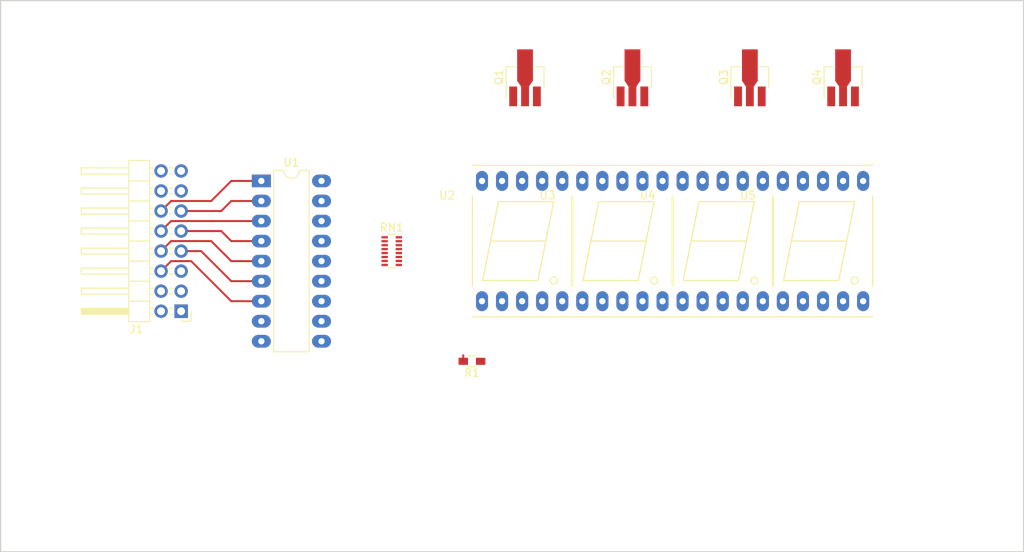
<source format=kicad_pcb>
(kicad_pcb (version 20171130) (host pcbnew "(5.0.1)-4")

  (general
    (thickness 1.6)
    (drawings 4)
    (tracks 26)
    (zones 0)
    (modules 12)
    (nets 38)
  )

  (page A4)
  (layers
    (0 F.Cu signal)
    (31 B.Cu signal)
    (32 B.Adhes user)
    (33 F.Adhes user)
    (34 B.Paste user)
    (35 F.Paste user)
    (36 B.SilkS user)
    (37 F.SilkS user)
    (38 B.Mask user)
    (39 F.Mask user)
    (40 Dwgs.User user)
    (41 Cmts.User user)
    (42 Eco1.User user)
    (43 Eco2.User user)
    (44 Edge.Cuts user)
    (45 Margin user)
    (46 B.CrtYd user)
    (47 F.CrtYd user)
    (48 B.Fab user)
    (49 F.Fab user)
  )

  (setup
    (last_trace_width 0.25)
    (trace_clearance 0.2)
    (zone_clearance 0.508)
    (zone_45_only no)
    (trace_min 0.2)
    (segment_width 0.2)
    (edge_width 0.15)
    (via_size 0.6)
    (via_drill 0.4)
    (via_min_size 0.4)
    (via_min_drill 0.3)
    (uvia_size 0.3)
    (uvia_drill 0.1)
    (uvias_allowed no)
    (uvia_min_size 0.2)
    (uvia_min_drill 0.1)
    (pcb_text_width 0.3)
    (pcb_text_size 1.5 1.5)
    (mod_edge_width 0.15)
    (mod_text_size 1 1)
    (mod_text_width 0.15)
    (pad_size 1.524 1.524)
    (pad_drill 0.762)
    (pad_to_mask_clearance 0.2)
    (solder_mask_min_width 0.25)
    (aux_axis_origin 0 0)
    (visible_elements 7FFFFFFF)
    (pcbplotparams
      (layerselection 0x00030_80000001)
      (usegerberextensions false)
      (usegerberattributes false)
      (usegerberadvancedattributes false)
      (creategerberjobfile false)
      (excludeedgelayer true)
      (linewidth 0.100000)
      (plotframeref false)
      (viasonmask false)
      (mode 1)
      (useauxorigin false)
      (hpglpennumber 1)
      (hpglpenspeed 20)
      (hpglpendiameter 15.000000)
      (psnegative false)
      (psa4output false)
      (plotreference true)
      (plotvalue true)
      (plotinvisibletext false)
      (padsonsilk false)
      (subtractmaskfromsilk false)
      (outputformat 1)
      (mirror false)
      (drillshape 1)
      (scaleselection 1)
      (outputdirectory ""))
  )

  (net 0 "")
  (net 1 DIG1)
  (net 2 "Net-(Q1-Pad2)")
  (net 3 +5V)
  (net 4 DIG2)
  (net 5 "Net-(Q2-Pad2)")
  (net 6 DIG3)
  (net 7 "Net-(Q3-Pad2)")
  (net 8 DIG4)
  (net 9 "Net-(Q4-Pad2)")
  (net 10 "Net-(RN1-Pad1)")
  (net 11 "Net-(RN1-Pad2)")
  (net 12 "Net-(RN1-Pad10)")
  (net 13 "Net-(RN1-Pad3)")
  (net 14 "Net-(RN1-Pad11)")
  (net 15 "Net-(RN1-Pad4)")
  (net 16 "Net-(RN1-Pad12)")
  (net 17 "Net-(RN1-Pad5)")
  (net 18 "Net-(RN1-Pad13)")
  (net 19 "Net-(RN1-Pad6)")
  (net 20 "Net-(RN1-Pad14)")
  (net 21 "Net-(RN1-Pad7)")
  (net 22 "Net-(RN1-Pad15)")
  (net 23 "Net-(RN1-Pad8)")
  (net 24 "Net-(RN1-Pad16)")
  (net 25 SEG_A)
  (net 26 SEG_B)
  (net 27 SEG_C)
  (net 28 SEG_D)
  (net 29 SEG_E)
  (net 30 SEG_F)
  (net 31 SEG_G)
  (net 32 SEG_DP)
  (net 33 GND)
  (net 34 "Net-(J1-Pad3)")
  (net 35 "Net-(J1-Pad4)")
  (net 36 "Net-(R1-Pad1)")
  (net 37 "Net-(R1-Pad2)")

  (net_class Default "これは標準のネット クラスです。"
    (clearance 0.2)
    (trace_width 0.25)
    (via_dia 0.6)
    (via_drill 0.4)
    (uvia_dia 0.3)
    (uvia_drill 0.1)
    (add_net +5V)
    (add_net DIG1)
    (add_net DIG2)
    (add_net DIG3)
    (add_net DIG4)
    (add_net GND)
    (add_net "Net-(J1-Pad3)")
    (add_net "Net-(J1-Pad4)")
    (add_net "Net-(Q1-Pad2)")
    (add_net "Net-(Q2-Pad2)")
    (add_net "Net-(Q3-Pad2)")
    (add_net "Net-(Q4-Pad2)")
    (add_net "Net-(R1-Pad1)")
    (add_net "Net-(R1-Pad2)")
    (add_net "Net-(RN1-Pad1)")
    (add_net "Net-(RN1-Pad10)")
    (add_net "Net-(RN1-Pad11)")
    (add_net "Net-(RN1-Pad12)")
    (add_net "Net-(RN1-Pad13)")
    (add_net "Net-(RN1-Pad14)")
    (add_net "Net-(RN1-Pad15)")
    (add_net "Net-(RN1-Pad16)")
    (add_net "Net-(RN1-Pad2)")
    (add_net "Net-(RN1-Pad3)")
    (add_net "Net-(RN1-Pad4)")
    (add_net "Net-(RN1-Pad5)")
    (add_net "Net-(RN1-Pad6)")
    (add_net "Net-(RN1-Pad7)")
    (add_net "Net-(RN1-Pad8)")
    (add_net SEG_A)
    (add_net SEG_B)
    (add_net SEG_C)
    (add_net SEG_D)
    (add_net SEG_DP)
    (add_net SEG_E)
    (add_net SEG_F)
    (add_net SEG_G)
  )

  (module Housings_DIP:DIP-18_W7.62mm_LongPads (layer F.Cu) (tedit 59C78D6B) (tstamp 5AB32E66)
    (at 163.83 41.91)
    (descr "18-lead though-hole mounted DIP package, row spacing 7.62 mm (300 mils), LongPads")
    (tags "THT DIP DIL PDIP 2.54mm 7.62mm 300mil LongPads")
    (path /5AB388E6)
    (fp_text reference U1 (at 3.81 -2.33) (layer F.SilkS)
      (effects (font (size 1 1) (thickness 0.15)))
    )
    (fp_text value TBD62083A (at 3.81 22.65) (layer F.Fab)
      (effects (font (size 1 1) (thickness 0.15)))
    )
    (fp_arc (start 3.81 -1.33) (end 2.81 -1.33) (angle -180) (layer F.SilkS) (width 0.12))
    (fp_line (start 1.635 -1.27) (end 6.985 -1.27) (layer F.Fab) (width 0.1))
    (fp_line (start 6.985 -1.27) (end 6.985 21.59) (layer F.Fab) (width 0.1))
    (fp_line (start 6.985 21.59) (end 0.635 21.59) (layer F.Fab) (width 0.1))
    (fp_line (start 0.635 21.59) (end 0.635 -0.27) (layer F.Fab) (width 0.1))
    (fp_line (start 0.635 -0.27) (end 1.635 -1.27) (layer F.Fab) (width 0.1))
    (fp_line (start 2.81 -1.33) (end 1.56 -1.33) (layer F.SilkS) (width 0.12))
    (fp_line (start 1.56 -1.33) (end 1.56 21.65) (layer F.SilkS) (width 0.12))
    (fp_line (start 1.56 21.65) (end 6.06 21.65) (layer F.SilkS) (width 0.12))
    (fp_line (start 6.06 21.65) (end 6.06 -1.33) (layer F.SilkS) (width 0.12))
    (fp_line (start 6.06 -1.33) (end 4.81 -1.33) (layer F.SilkS) (width 0.12))
    (fp_line (start -1.45 -1.55) (end -1.45 21.85) (layer F.CrtYd) (width 0.05))
    (fp_line (start -1.45 21.85) (end 9.1 21.85) (layer F.CrtYd) (width 0.05))
    (fp_line (start 9.1 21.85) (end 9.1 -1.55) (layer F.CrtYd) (width 0.05))
    (fp_line (start 9.1 -1.55) (end -1.45 -1.55) (layer F.CrtYd) (width 0.05))
    (fp_text user %R (at 3.81 10.16) (layer F.Fab)
      (effects (font (size 1 1) (thickness 0.15)))
    )
    (pad 1 thru_hole rect (at 0 0) (size 2.4 1.6) (drill 0.8) (layers *.Cu *.Mask)
      (net 25 SEG_A))
    (pad 10 thru_hole oval (at 7.62 20.32) (size 2.4 1.6) (drill 0.8) (layers *.Cu *.Mask)
      (net 3 +5V))
    (pad 2 thru_hole oval (at 0 2.54) (size 2.4 1.6) (drill 0.8) (layers *.Cu *.Mask)
      (net 26 SEG_B))
    (pad 11 thru_hole oval (at 7.62 17.78) (size 2.4 1.6) (drill 0.8) (layers *.Cu *.Mask)
      (net 23 "Net-(RN1-Pad8)"))
    (pad 3 thru_hole oval (at 0 5.08) (size 2.4 1.6) (drill 0.8) (layers *.Cu *.Mask)
      (net 27 SEG_C))
    (pad 12 thru_hole oval (at 7.62 15.24) (size 2.4 1.6) (drill 0.8) (layers *.Cu *.Mask)
      (net 21 "Net-(RN1-Pad7)"))
    (pad 4 thru_hole oval (at 0 7.62) (size 2.4 1.6) (drill 0.8) (layers *.Cu *.Mask)
      (net 28 SEG_D))
    (pad 13 thru_hole oval (at 7.62 12.7) (size 2.4 1.6) (drill 0.8) (layers *.Cu *.Mask)
      (net 19 "Net-(RN1-Pad6)"))
    (pad 5 thru_hole oval (at 0 10.16) (size 2.4 1.6) (drill 0.8) (layers *.Cu *.Mask)
      (net 29 SEG_E))
    (pad 14 thru_hole oval (at 7.62 10.16) (size 2.4 1.6) (drill 0.8) (layers *.Cu *.Mask)
      (net 17 "Net-(RN1-Pad5)"))
    (pad 6 thru_hole oval (at 0 12.7) (size 2.4 1.6) (drill 0.8) (layers *.Cu *.Mask)
      (net 30 SEG_F))
    (pad 15 thru_hole oval (at 7.62 7.62) (size 2.4 1.6) (drill 0.8) (layers *.Cu *.Mask)
      (net 15 "Net-(RN1-Pad4)"))
    (pad 7 thru_hole oval (at 0 15.24) (size 2.4 1.6) (drill 0.8) (layers *.Cu *.Mask)
      (net 31 SEG_G))
    (pad 16 thru_hole oval (at 7.62 5.08) (size 2.4 1.6) (drill 0.8) (layers *.Cu *.Mask)
      (net 13 "Net-(RN1-Pad3)"))
    (pad 8 thru_hole oval (at 0 17.78) (size 2.4 1.6) (drill 0.8) (layers *.Cu *.Mask)
      (net 32 SEG_DP))
    (pad 17 thru_hole oval (at 7.62 2.54) (size 2.4 1.6) (drill 0.8) (layers *.Cu *.Mask)
      (net 11 "Net-(RN1-Pad2)"))
    (pad 9 thru_hole oval (at 0 20.32) (size 2.4 1.6) (drill 0.8) (layers *.Cu *.Mask)
      (net 33 GND))
    (pad 18 thru_hole oval (at 7.62 0) (size 2.4 1.6) (drill 0.8) (layers *.Cu *.Mask)
      (net 10 "Net-(RN1-Pad1)"))
    (model ${KISYS3DMOD}/Housings_DIP.3dshapes/DIP-18_W7.62mm.wrl
      (at (xyz 0 0 0))
      (scale (xyz 1 1 1))
      (rotate (xyz 0 0 0))
    )
  )

  (module Displays_7-Segment:7SegmentLED_LTS6760_LTS6780 (layer F.Cu) (tedit 0) (tstamp 5AB32E90)
    (at 222.25 49.53)
    (path /5AB307C4)
    (fp_text reference U4 (at -9.5 -5.8) (layer F.SilkS)
      (effects (font (size 1 1) (thickness 0.15)))
    )
    (fp_text value 7SEGMENT_CA (at -0.4 12) (layer F.Fab)
      (effects (font (size 1 1) (thickness 0.15)))
    )
    (fp_circle (center 4 5) (end 4.4 5.2) (layer F.SilkS) (width 0.15))
    (fp_line (start -3 -5) (end -4 0) (layer F.SilkS) (width 0.15))
    (fp_line (start -4 0) (end -5 5) (layer F.SilkS) (width 0.15))
    (fp_line (start -5 5) (end 2 5) (layer F.SilkS) (width 0.15))
    (fp_line (start 2 5) (end 3 0) (layer F.SilkS) (width 0.15))
    (fp_line (start 4 -5) (end 3 0) (layer F.SilkS) (width 0.15))
    (fp_line (start 3 0) (end -4 0) (layer F.SilkS) (width 0.15))
    (fp_line (start -3 -5) (end 4 -5) (layer F.SilkS) (width 0.15))
    (fp_line (start 6.3 9.6) (end -6.3 9.6) (layer F.SilkS) (width 0.15))
    (fp_line (start -6.3 -5.7) (end -6.3 5.7) (layer F.SilkS) (width 0.15))
    (fp_line (start 6.3 -5.7) (end 6.3 5.7) (layer F.SilkS) (width 0.15))
    (fp_line (start -6.3 -9.6) (end 6.3 -9.6) (layer F.SilkS) (width 0.15))
    (pad 1 thru_hole oval (at -5.08 7.62) (size 1.524 2.524) (drill 0.8) (layers *.Cu *.Mask)
      (net 16 "Net-(RN1-Pad12)"))
    (pad 2 thru_hole oval (at -2.54 7.62) (size 1.524 2.524) (drill 0.8) (layers *.Cu *.Mask)
      (net 18 "Net-(RN1-Pad13)"))
    (pad 3 thru_hole oval (at 0 7.62) (size 1.524 2.524) (drill 0.8) (layers *.Cu *.Mask)
      (net 7 "Net-(Q3-Pad2)"))
    (pad 4 thru_hole oval (at 2.54 7.62) (size 1.524 2.524) (drill 0.8) (layers *.Cu *.Mask)
      (net 20 "Net-(RN1-Pad14)"))
    (pad 5 thru_hole oval (at 5.08 7.62) (size 1.524 2.524) (drill 0.8) (layers *.Cu *.Mask)
      (net 36 "Net-(R1-Pad1)"))
    (pad 6 thru_hole oval (at 5.08 -7.62) (size 1.524 2.524) (drill 0.8) (layers *.Cu *.Mask)
      (net 22 "Net-(RN1-Pad15)"))
    (pad 7 thru_hole oval (at 2.54 -7.62) (size 1.524 2.524) (drill 0.8) (layers *.Cu *.Mask)
      (net 24 "Net-(RN1-Pad16)"))
    (pad 8 thru_hole oval (at 0 -7.62) (size 1.524 2.524) (drill 0.8) (layers *.Cu *.Mask)
      (net 7 "Net-(Q3-Pad2)"))
    (pad 9 thru_hole oval (at -2.54 -7.62) (size 1.524 2.524) (drill 0.8) (layers *.Cu *.Mask)
      (net 14 "Net-(RN1-Pad11)"))
    (pad 10 thru_hole oval (at -5.08 -7.62) (size 1.524 2.524) (drill 0.8) (layers *.Cu *.Mask)
      (net 12 "Net-(RN1-Pad10)"))
    (model Displays_7-Segment.3dshapes/7SegmentLED_LTS6760_LTS6780.wrl
      (at (xyz 0 0 0))
      (scale (xyz 0.3937 0.3937 0.3937))
      (rotate (xyz 0 0 0))
    )
  )

  (module Displays_7-Segment:7SegmentLED_LTS6760_LTS6780 (layer F.Cu) (tedit 0) (tstamp 5AB32E82)
    (at 209.55 49.53)
    (path /5AB30795)
    (fp_text reference U3 (at -9.5 -5.8) (layer F.SilkS)
      (effects (font (size 1 1) (thickness 0.15)))
    )
    (fp_text value 7SEGMENT_CA (at -0.4 12) (layer F.Fab)
      (effects (font (size 1 1) (thickness 0.15)))
    )
    (fp_circle (center 4 5) (end 4.4 5.2) (layer F.SilkS) (width 0.15))
    (fp_line (start -3 -5) (end -4 0) (layer F.SilkS) (width 0.15))
    (fp_line (start -4 0) (end -5 5) (layer F.SilkS) (width 0.15))
    (fp_line (start -5 5) (end 2 5) (layer F.SilkS) (width 0.15))
    (fp_line (start 2 5) (end 3 0) (layer F.SilkS) (width 0.15))
    (fp_line (start 4 -5) (end 3 0) (layer F.SilkS) (width 0.15))
    (fp_line (start 3 0) (end -4 0) (layer F.SilkS) (width 0.15))
    (fp_line (start -3 -5) (end 4 -5) (layer F.SilkS) (width 0.15))
    (fp_line (start 6.3 9.6) (end -6.3 9.6) (layer F.SilkS) (width 0.15))
    (fp_line (start -6.3 -5.7) (end -6.3 5.7) (layer F.SilkS) (width 0.15))
    (fp_line (start 6.3 -5.7) (end 6.3 5.7) (layer F.SilkS) (width 0.15))
    (fp_line (start -6.3 -9.6) (end 6.3 -9.6) (layer F.SilkS) (width 0.15))
    (pad 1 thru_hole oval (at -5.08 7.62) (size 1.524 2.524) (drill 0.8) (layers *.Cu *.Mask)
      (net 16 "Net-(RN1-Pad12)"))
    (pad 2 thru_hole oval (at -2.54 7.62) (size 1.524 2.524) (drill 0.8) (layers *.Cu *.Mask)
      (net 18 "Net-(RN1-Pad13)"))
    (pad 3 thru_hole oval (at 0 7.62) (size 1.524 2.524) (drill 0.8) (layers *.Cu *.Mask)
      (net 5 "Net-(Q2-Pad2)"))
    (pad 4 thru_hole oval (at 2.54 7.62) (size 1.524 2.524) (drill 0.8) (layers *.Cu *.Mask)
      (net 20 "Net-(RN1-Pad14)"))
    (pad 5 thru_hole oval (at 5.08 7.62) (size 1.524 2.524) (drill 0.8) (layers *.Cu *.Mask)
      (net 36 "Net-(R1-Pad1)"))
    (pad 6 thru_hole oval (at 5.08 -7.62) (size 1.524 2.524) (drill 0.8) (layers *.Cu *.Mask)
      (net 22 "Net-(RN1-Pad15)"))
    (pad 7 thru_hole oval (at 2.54 -7.62) (size 1.524 2.524) (drill 0.8) (layers *.Cu *.Mask)
      (net 24 "Net-(RN1-Pad16)"))
    (pad 8 thru_hole oval (at 0 -7.62) (size 1.524 2.524) (drill 0.8) (layers *.Cu *.Mask)
      (net 5 "Net-(Q2-Pad2)"))
    (pad 9 thru_hole oval (at -2.54 -7.62) (size 1.524 2.524) (drill 0.8) (layers *.Cu *.Mask)
      (net 14 "Net-(RN1-Pad11)"))
    (pad 10 thru_hole oval (at -5.08 -7.62) (size 1.524 2.524) (drill 0.8) (layers *.Cu *.Mask)
      (net 12 "Net-(RN1-Pad10)"))
    (model Displays_7-Segment.3dshapes/7SegmentLED_LTS6760_LTS6780.wrl
      (at (xyz 0 0 0))
      (scale (xyz 0.3937 0.3937 0.3937))
      (rotate (xyz 0 0 0))
    )
  )

  (module Displays_7-Segment:7SegmentLED_LTS6760_LTS6780 (layer F.Cu) (tedit 0) (tstamp 5AB32E74)
    (at 196.85 49.53)
    (path /5AB3072E)
    (fp_text reference U2 (at -9.5 -5.8) (layer F.SilkS)
      (effects (font (size 1 1) (thickness 0.15)))
    )
    (fp_text value 7SEGMENT_CA (at -0.4 12) (layer F.Fab)
      (effects (font (size 1 1) (thickness 0.15)))
    )
    (fp_circle (center 4 5) (end 4.4 5.2) (layer F.SilkS) (width 0.15))
    (fp_line (start -3 -5) (end -4 0) (layer F.SilkS) (width 0.15))
    (fp_line (start -4 0) (end -5 5) (layer F.SilkS) (width 0.15))
    (fp_line (start -5 5) (end 2 5) (layer F.SilkS) (width 0.15))
    (fp_line (start 2 5) (end 3 0) (layer F.SilkS) (width 0.15))
    (fp_line (start 4 -5) (end 3 0) (layer F.SilkS) (width 0.15))
    (fp_line (start 3 0) (end -4 0) (layer F.SilkS) (width 0.15))
    (fp_line (start -3 -5) (end 4 -5) (layer F.SilkS) (width 0.15))
    (fp_line (start 6.3 9.6) (end -6.3 9.6) (layer F.SilkS) (width 0.15))
    (fp_line (start -6.3 -5.7) (end -6.3 5.7) (layer F.SilkS) (width 0.15))
    (fp_line (start 6.3 -5.7) (end 6.3 5.7) (layer F.SilkS) (width 0.15))
    (fp_line (start -6.3 -9.6) (end 6.3 -9.6) (layer F.SilkS) (width 0.15))
    (pad 1 thru_hole oval (at -5.08 7.62) (size 1.524 2.524) (drill 0.8) (layers *.Cu *.Mask)
      (net 16 "Net-(RN1-Pad12)"))
    (pad 2 thru_hole oval (at -2.54 7.62) (size 1.524 2.524) (drill 0.8) (layers *.Cu *.Mask)
      (net 18 "Net-(RN1-Pad13)"))
    (pad 3 thru_hole oval (at 0 7.62) (size 1.524 2.524) (drill 0.8) (layers *.Cu *.Mask)
      (net 2 "Net-(Q1-Pad2)"))
    (pad 4 thru_hole oval (at 2.54 7.62) (size 1.524 2.524) (drill 0.8) (layers *.Cu *.Mask)
      (net 20 "Net-(RN1-Pad14)"))
    (pad 5 thru_hole oval (at 5.08 7.62) (size 1.524 2.524) (drill 0.8) (layers *.Cu *.Mask)
      (net 36 "Net-(R1-Pad1)"))
    (pad 6 thru_hole oval (at 5.08 -7.62) (size 1.524 2.524) (drill 0.8) (layers *.Cu *.Mask)
      (net 22 "Net-(RN1-Pad15)"))
    (pad 7 thru_hole oval (at 2.54 -7.62) (size 1.524 2.524) (drill 0.8) (layers *.Cu *.Mask)
      (net 24 "Net-(RN1-Pad16)"))
    (pad 8 thru_hole oval (at 0 -7.62) (size 1.524 2.524) (drill 0.8) (layers *.Cu *.Mask)
      (net 2 "Net-(Q1-Pad2)"))
    (pad 9 thru_hole oval (at -2.54 -7.62) (size 1.524 2.524) (drill 0.8) (layers *.Cu *.Mask)
      (net 14 "Net-(RN1-Pad11)"))
    (pad 10 thru_hole oval (at -5.08 -7.62) (size 1.524 2.524) (drill 0.8) (layers *.Cu *.Mask)
      (net 12 "Net-(RN1-Pad10)"))
    (model Displays_7-Segment.3dshapes/7SegmentLED_LTS6760_LTS6780.wrl
      (at (xyz 0 0 0))
      (scale (xyz 0.3937 0.3937 0.3937))
      (rotate (xyz 0 0 0))
    )
  )

  (module Resistors_SMD:R_0603_HandSoldering (layer F.Cu) (tedit 5B90D666) (tstamp 5AB35418)
    (at 190.5 64.77 180)
    (descr "Resistor SMD 0603, hand soldering")
    (tags "resistor 0603")
    (path /5AB3542C)
    (attr smd)
    (fp_text reference R1 (at 0 -1.45 180) (layer F.SilkS)
      (effects (font (size 1 1) (thickness 0.15)))
    )
    (fp_text value 100 (at 0 1.55 180) (layer F.Fab)
      (effects (font (size 1 1) (thickness 0.15)))
    )
    (fp_text user %R (at 0 0 180) (layer F.Fab)
      (effects (font (size 0.4 0.4) (thickness 0.075)))
    )
    (fp_line (start -0.8 0.4) (end -0.8 -0.4) (layer F.Fab) (width 0.1))
    (fp_line (start 0.8 0.4) (end -0.8 0.4) (layer F.Fab) (width 0.1))
    (fp_line (start 0.8 -0.4) (end 0.8 0.4) (layer F.Fab) (width 0.1))
    (fp_line (start -0.8 -0.4) (end 0.8 -0.4) (layer F.Fab) (width 0.1))
    (fp_line (start 0.5 0.68) (end -0.5 0.68) (layer F.SilkS) (width 0.12))
    (fp_line (start -0.5 -0.68) (end 0.5 -0.68) (layer F.SilkS) (width 0.12))
    (fp_line (start -1.96 -0.7) (end 1.95 -0.7) (layer F.CrtYd) (width 0.05))
    (fp_line (start -1.96 -0.7) (end -1.96 0.7) (layer F.CrtYd) (width 0.05))
    (fp_line (start 1.95 0.7) (end 1.95 -0.7) (layer F.CrtYd) (width 0.05))
    (fp_line (start 1.95 0.7) (end -1.96 0.7) (layer F.CrtYd) (width 0.05))
    (pad 1 smd rect (at -1.1 0 180) (size 1.2 0.9) (layers F.Cu F.Paste F.Mask)
      (net 36 "Net-(R1-Pad1)"))
    (pad 2 smd rect (at 1.1 0 180) (size 1.2 0.9) (layers F.Cu F.Paste F.Mask)
      (net 37 "Net-(R1-Pad2)"))
    (model ${KISYS3DMOD}/Resistors_SMD.3dshapes/R_0603.wrl
      (at (xyz 0 0 0))
      (scale (xyz 1 1 1))
      (rotate (xyz 0 0 0))
    )
  )

  (module Resistors_SMD:R_Array_Convex_8x0602 (layer F.Cu) (tedit 58E0A8FC) (tstamp 5B90DE46)
    (at 180.34 50.8)
    (descr "Chip Resistor Network, ROHM MNR18 (see mnr_g.pdf)")
    (tags "resistor array")
    (path /5AB34DA5)
    (attr smd)
    (fp_text reference RN1 (at 0 -3) (layer F.SilkS)
      (effects (font (size 1 1) (thickness 0.15)))
    )
    (fp_text value 470 (at 0 3) (layer F.Fab)
      (effects (font (size 1 1) (thickness 0.15)))
    )
    (fp_line (start 1.55 2.25) (end -1.55 2.25) (layer F.CrtYd) (width 0.05))
    (fp_line (start 1.55 2.25) (end 1.55 -2.25) (layer F.CrtYd) (width 0.05))
    (fp_line (start -1.55 -2.25) (end -1.55 2.25) (layer F.CrtYd) (width 0.05))
    (fp_line (start -1.55 -2.25) (end 1.55 -2.25) (layer F.CrtYd) (width 0.05))
    (fp_line (start 0.5 -2.12) (end -0.5 -2.12) (layer F.SilkS) (width 0.12))
    (fp_line (start 0.5 2.12) (end -0.5 2.12) (layer F.SilkS) (width 0.12))
    (fp_line (start 0.8 -2) (end -0.8 -2) (layer F.Fab) (width 0.1))
    (fp_line (start 0.8 2) (end 0.8 -2) (layer F.Fab) (width 0.1))
    (fp_line (start -0.8 2) (end 0.8 2) (layer F.Fab) (width 0.1))
    (fp_line (start -0.8 -2) (end -0.8 2) (layer F.Fab) (width 0.1))
    (fp_text user %R (at 0 0 90) (layer F.Fab)
      (effects (font (size 1 1) (thickness 0.15)))
    )
    (pad 10 smd rect (at 0.9 1.25) (size 0.8 0.3) (layers F.Cu F.Paste F.Mask)
      (net 12 "Net-(RN1-Pad10)"))
    (pad 12 smd rect (at 0.9 0.25) (size 0.8 0.3) (layers F.Cu F.Paste F.Mask)
      (net 16 "Net-(RN1-Pad12)"))
    (pad 11 smd rect (at 0.9 0.75) (size 0.8 0.3) (layers F.Cu F.Paste F.Mask)
      (net 14 "Net-(RN1-Pad11)"))
    (pad 13 smd rect (at 0.9 -0.25) (size 0.8 0.3) (layers F.Cu F.Paste F.Mask)
      (net 18 "Net-(RN1-Pad13)"))
    (pad 14 smd rect (at 0.9 -0.75) (size 0.8 0.3) (layers F.Cu F.Paste F.Mask)
      (net 20 "Net-(RN1-Pad14)"))
    (pad 15 smd rect (at 0.9 -1.25) (size 0.8 0.3) (layers F.Cu F.Paste F.Mask)
      (net 22 "Net-(RN1-Pad15)"))
    (pad 7 smd rect (at -0.9 1.25) (size 0.8 0.3) (layers F.Cu F.Paste F.Mask)
      (net 21 "Net-(RN1-Pad7)"))
    (pad 6 smd rect (at -0.9 0.75) (size 0.8 0.3) (layers F.Cu F.Paste F.Mask)
      (net 19 "Net-(RN1-Pad6)"))
    (pad 5 smd rect (at -0.9 0.25) (size 0.8 0.3) (layers F.Cu F.Paste F.Mask)
      (net 17 "Net-(RN1-Pad5)"))
    (pad 4 smd rect (at -0.9 -0.25) (size 0.8 0.3) (layers F.Cu F.Paste F.Mask)
      (net 15 "Net-(RN1-Pad4)"))
    (pad 3 smd rect (at -0.9 -0.75) (size 0.8 0.3) (layers F.Cu F.Paste F.Mask)
      (net 13 "Net-(RN1-Pad3)"))
    (pad 2 smd rect (at -0.9 -1.25) (size 0.8 0.3) (layers F.Cu F.Paste F.Mask)
      (net 11 "Net-(RN1-Pad2)"))
    (pad 9 smd rect (at 0.9 1.75) (size 0.8 0.3) (layers F.Cu F.Paste F.Mask)
      (net 37 "Net-(R1-Pad2)"))
    (pad 8 smd rect (at -0.9 1.75) (size 0.8 0.3) (layers F.Cu F.Paste F.Mask)
      (net 23 "Net-(RN1-Pad8)"))
    (pad 16 smd rect (at 0.9 -1.75) (size 0.8 0.3) (layers F.Cu F.Paste F.Mask)
      (net 24 "Net-(RN1-Pad16)"))
    (pad 1 smd rect (at -0.9 -1.75) (size 0.8 0.3) (layers F.Cu F.Paste F.Mask)
      (net 10 "Net-(RN1-Pad1)"))
    (model ${KISYS3DMOD}/Resistors_SMD.3dshapes/R_Array_Convex_8x0602.wrl
      (at (xyz 0 0 0))
      (scale (xyz 1 1 1))
      (rotate (xyz 0 0 0))
    )
  )

  (module Displays_7-Segment:7SegmentLED_LTS6760_LTS6780 (layer F.Cu) (tedit 0) (tstamp 5AB32E9E)
    (at 234.95 49.53)
    (path /5AB30801)
    (fp_text reference U5 (at -9.5 -5.8) (layer F.SilkS)
      (effects (font (size 1 1) (thickness 0.15)))
    )
    (fp_text value 7SEGMENT_CA (at -0.4 12) (layer F.Fab)
      (effects (font (size 1 1) (thickness 0.15)))
    )
    (fp_circle (center 4 5) (end 4.4 5.2) (layer F.SilkS) (width 0.15))
    (fp_line (start -3 -5) (end -4 0) (layer F.SilkS) (width 0.15))
    (fp_line (start -4 0) (end -5 5) (layer F.SilkS) (width 0.15))
    (fp_line (start -5 5) (end 2 5) (layer F.SilkS) (width 0.15))
    (fp_line (start 2 5) (end 3 0) (layer F.SilkS) (width 0.15))
    (fp_line (start 4 -5) (end 3 0) (layer F.SilkS) (width 0.15))
    (fp_line (start 3 0) (end -4 0) (layer F.SilkS) (width 0.15))
    (fp_line (start -3 -5) (end 4 -5) (layer F.SilkS) (width 0.15))
    (fp_line (start 6.3 9.6) (end -6.3 9.6) (layer F.SilkS) (width 0.15))
    (fp_line (start -6.3 -5.7) (end -6.3 5.7) (layer F.SilkS) (width 0.15))
    (fp_line (start 6.3 -5.7) (end 6.3 5.7) (layer F.SilkS) (width 0.15))
    (fp_line (start -6.3 -9.6) (end 6.3 -9.6) (layer F.SilkS) (width 0.15))
    (pad 1 thru_hole oval (at -5.08 7.62) (size 1.524 2.524) (drill 0.8) (layers *.Cu *.Mask)
      (net 16 "Net-(RN1-Pad12)"))
    (pad 2 thru_hole oval (at -2.54 7.62) (size 1.524 2.524) (drill 0.8) (layers *.Cu *.Mask)
      (net 18 "Net-(RN1-Pad13)"))
    (pad 3 thru_hole oval (at 0 7.62) (size 1.524 2.524) (drill 0.8) (layers *.Cu *.Mask)
      (net 9 "Net-(Q4-Pad2)"))
    (pad 4 thru_hole oval (at 2.54 7.62) (size 1.524 2.524) (drill 0.8) (layers *.Cu *.Mask)
      (net 20 "Net-(RN1-Pad14)"))
    (pad 5 thru_hole oval (at 5.08 7.62) (size 1.524 2.524) (drill 0.8) (layers *.Cu *.Mask)
      (net 36 "Net-(R1-Pad1)"))
    (pad 6 thru_hole oval (at 5.08 -7.62) (size 1.524 2.524) (drill 0.8) (layers *.Cu *.Mask)
      (net 22 "Net-(RN1-Pad15)"))
    (pad 7 thru_hole oval (at 2.54 -7.62) (size 1.524 2.524) (drill 0.8) (layers *.Cu *.Mask)
      (net 24 "Net-(RN1-Pad16)"))
    (pad 8 thru_hole oval (at 0 -7.62) (size 1.524 2.524) (drill 0.8) (layers *.Cu *.Mask)
      (net 9 "Net-(Q4-Pad2)"))
    (pad 9 thru_hole oval (at -2.54 -7.62) (size 1.524 2.524) (drill 0.8) (layers *.Cu *.Mask)
      (net 14 "Net-(RN1-Pad11)"))
    (pad 10 thru_hole oval (at -5.08 -7.62) (size 1.524 2.524) (drill 0.8) (layers *.Cu *.Mask)
      (net 12 "Net-(RN1-Pad10)"))
    (model Displays_7-Segment.3dshapes/7SegmentLED_LTS6760_LTS6780.wrl
      (at (xyz 0 0 0))
      (scale (xyz 0.3937 0.3937 0.3937))
      (rotate (xyz 0 0 0))
    )
  )

  (module Pin_Headers:Pin_Header_Angled_2x08_Pitch2.54mm (layer F.Cu) (tedit 59650532) (tstamp 5AB3316F)
    (at 153.67 58.42 180)
    (descr "Through hole angled pin header, 2x08, 2.54mm pitch, 6mm pin length, double rows")
    (tags "Through hole angled pin header THT 2x08 2.54mm double row")
    (path /5AB344E7)
    (fp_text reference J1 (at 5.655 -2.27 180) (layer F.SilkS)
      (effects (font (size 1 1) (thickness 0.15)))
    )
    (fp_text value Conn_02x08_Odd_Even (at 5.655 20.05 180) (layer F.Fab)
      (effects (font (size 1 1) (thickness 0.15)))
    )
    (fp_line (start 4.675 -1.27) (end 6.58 -1.27) (layer F.Fab) (width 0.1))
    (fp_line (start 6.58 -1.27) (end 6.58 19.05) (layer F.Fab) (width 0.1))
    (fp_line (start 6.58 19.05) (end 4.04 19.05) (layer F.Fab) (width 0.1))
    (fp_line (start 4.04 19.05) (end 4.04 -0.635) (layer F.Fab) (width 0.1))
    (fp_line (start 4.04 -0.635) (end 4.675 -1.27) (layer F.Fab) (width 0.1))
    (fp_line (start -0.32 -0.32) (end 4.04 -0.32) (layer F.Fab) (width 0.1))
    (fp_line (start -0.32 -0.32) (end -0.32 0.32) (layer F.Fab) (width 0.1))
    (fp_line (start -0.32 0.32) (end 4.04 0.32) (layer F.Fab) (width 0.1))
    (fp_line (start 6.58 -0.32) (end 12.58 -0.32) (layer F.Fab) (width 0.1))
    (fp_line (start 12.58 -0.32) (end 12.58 0.32) (layer F.Fab) (width 0.1))
    (fp_line (start 6.58 0.32) (end 12.58 0.32) (layer F.Fab) (width 0.1))
    (fp_line (start -0.32 2.22) (end 4.04 2.22) (layer F.Fab) (width 0.1))
    (fp_line (start -0.32 2.22) (end -0.32 2.86) (layer F.Fab) (width 0.1))
    (fp_line (start -0.32 2.86) (end 4.04 2.86) (layer F.Fab) (width 0.1))
    (fp_line (start 6.58 2.22) (end 12.58 2.22) (layer F.Fab) (width 0.1))
    (fp_line (start 12.58 2.22) (end 12.58 2.86) (layer F.Fab) (width 0.1))
    (fp_line (start 6.58 2.86) (end 12.58 2.86) (layer F.Fab) (width 0.1))
    (fp_line (start -0.32 4.76) (end 4.04 4.76) (layer F.Fab) (width 0.1))
    (fp_line (start -0.32 4.76) (end -0.32 5.4) (layer F.Fab) (width 0.1))
    (fp_line (start -0.32 5.4) (end 4.04 5.4) (layer F.Fab) (width 0.1))
    (fp_line (start 6.58 4.76) (end 12.58 4.76) (layer F.Fab) (width 0.1))
    (fp_line (start 12.58 4.76) (end 12.58 5.4) (layer F.Fab) (width 0.1))
    (fp_line (start 6.58 5.4) (end 12.58 5.4) (layer F.Fab) (width 0.1))
    (fp_line (start -0.32 7.3) (end 4.04 7.3) (layer F.Fab) (width 0.1))
    (fp_line (start -0.32 7.3) (end -0.32 7.94) (layer F.Fab) (width 0.1))
    (fp_line (start -0.32 7.94) (end 4.04 7.94) (layer F.Fab) (width 0.1))
    (fp_line (start 6.58 7.3) (end 12.58 7.3) (layer F.Fab) (width 0.1))
    (fp_line (start 12.58 7.3) (end 12.58 7.94) (layer F.Fab) (width 0.1))
    (fp_line (start 6.58 7.94) (end 12.58 7.94) (layer F.Fab) (width 0.1))
    (fp_line (start -0.32 9.84) (end 4.04 9.84) (layer F.Fab) (width 0.1))
    (fp_line (start -0.32 9.84) (end -0.32 10.48) (layer F.Fab) (width 0.1))
    (fp_line (start -0.32 10.48) (end 4.04 10.48) (layer F.Fab) (width 0.1))
    (fp_line (start 6.58 9.84) (end 12.58 9.84) (layer F.Fab) (width 0.1))
    (fp_line (start 12.58 9.84) (end 12.58 10.48) (layer F.Fab) (width 0.1))
    (fp_line (start 6.58 10.48) (end 12.58 10.48) (layer F.Fab) (width 0.1))
    (fp_line (start -0.32 12.38) (end 4.04 12.38) (layer F.Fab) (width 0.1))
    (fp_line (start -0.32 12.38) (end -0.32 13.02) (layer F.Fab) (width 0.1))
    (fp_line (start -0.32 13.02) (end 4.04 13.02) (layer F.Fab) (width 0.1))
    (fp_line (start 6.58 12.38) (end 12.58 12.38) (layer F.Fab) (width 0.1))
    (fp_line (start 12.58 12.38) (end 12.58 13.02) (layer F.Fab) (width 0.1))
    (fp_line (start 6.58 13.02) (end 12.58 13.02) (layer F.Fab) (width 0.1))
    (fp_line (start -0.32 14.92) (end 4.04 14.92) (layer F.Fab) (width 0.1))
    (fp_line (start -0.32 14.92) (end -0.32 15.56) (layer F.Fab) (width 0.1))
    (fp_line (start -0.32 15.56) (end 4.04 15.56) (layer F.Fab) (width 0.1))
    (fp_line (start 6.58 14.92) (end 12.58 14.92) (layer F.Fab) (width 0.1))
    (fp_line (start 12.58 14.92) (end 12.58 15.56) (layer F.Fab) (width 0.1))
    (fp_line (start 6.58 15.56) (end 12.58 15.56) (layer F.Fab) (width 0.1))
    (fp_line (start -0.32 17.46) (end 4.04 17.46) (layer F.Fab) (width 0.1))
    (fp_line (start -0.32 17.46) (end -0.32 18.1) (layer F.Fab) (width 0.1))
    (fp_line (start -0.32 18.1) (end 4.04 18.1) (layer F.Fab) (width 0.1))
    (fp_line (start 6.58 17.46) (end 12.58 17.46) (layer F.Fab) (width 0.1))
    (fp_line (start 12.58 17.46) (end 12.58 18.1) (layer F.Fab) (width 0.1))
    (fp_line (start 6.58 18.1) (end 12.58 18.1) (layer F.Fab) (width 0.1))
    (fp_line (start 3.98 -1.33) (end 3.98 19.11) (layer F.SilkS) (width 0.12))
    (fp_line (start 3.98 19.11) (end 6.64 19.11) (layer F.SilkS) (width 0.12))
    (fp_line (start 6.64 19.11) (end 6.64 -1.33) (layer F.SilkS) (width 0.12))
    (fp_line (start 6.64 -1.33) (end 3.98 -1.33) (layer F.SilkS) (width 0.12))
    (fp_line (start 6.64 -0.38) (end 12.64 -0.38) (layer F.SilkS) (width 0.12))
    (fp_line (start 12.64 -0.38) (end 12.64 0.38) (layer F.SilkS) (width 0.12))
    (fp_line (start 12.64 0.38) (end 6.64 0.38) (layer F.SilkS) (width 0.12))
    (fp_line (start 6.64 -0.32) (end 12.64 -0.32) (layer F.SilkS) (width 0.12))
    (fp_line (start 6.64 -0.2) (end 12.64 -0.2) (layer F.SilkS) (width 0.12))
    (fp_line (start 6.64 -0.08) (end 12.64 -0.08) (layer F.SilkS) (width 0.12))
    (fp_line (start 6.64 0.04) (end 12.64 0.04) (layer F.SilkS) (width 0.12))
    (fp_line (start 6.64 0.16) (end 12.64 0.16) (layer F.SilkS) (width 0.12))
    (fp_line (start 6.64 0.28) (end 12.64 0.28) (layer F.SilkS) (width 0.12))
    (fp_line (start 3.582929 -0.38) (end 3.98 -0.38) (layer F.SilkS) (width 0.12))
    (fp_line (start 3.582929 0.38) (end 3.98 0.38) (layer F.SilkS) (width 0.12))
    (fp_line (start 1.11 -0.38) (end 1.497071 -0.38) (layer F.SilkS) (width 0.12))
    (fp_line (start 1.11 0.38) (end 1.497071 0.38) (layer F.SilkS) (width 0.12))
    (fp_line (start 3.98 1.27) (end 6.64 1.27) (layer F.SilkS) (width 0.12))
    (fp_line (start 6.64 2.16) (end 12.64 2.16) (layer F.SilkS) (width 0.12))
    (fp_line (start 12.64 2.16) (end 12.64 2.92) (layer F.SilkS) (width 0.12))
    (fp_line (start 12.64 2.92) (end 6.64 2.92) (layer F.SilkS) (width 0.12))
    (fp_line (start 3.582929 2.16) (end 3.98 2.16) (layer F.SilkS) (width 0.12))
    (fp_line (start 3.582929 2.92) (end 3.98 2.92) (layer F.SilkS) (width 0.12))
    (fp_line (start 1.042929 2.16) (end 1.497071 2.16) (layer F.SilkS) (width 0.12))
    (fp_line (start 1.042929 2.92) (end 1.497071 2.92) (layer F.SilkS) (width 0.12))
    (fp_line (start 3.98 3.81) (end 6.64 3.81) (layer F.SilkS) (width 0.12))
    (fp_line (start 6.64 4.7) (end 12.64 4.7) (layer F.SilkS) (width 0.12))
    (fp_line (start 12.64 4.7) (end 12.64 5.46) (layer F.SilkS) (width 0.12))
    (fp_line (start 12.64 5.46) (end 6.64 5.46) (layer F.SilkS) (width 0.12))
    (fp_line (start 3.582929 4.7) (end 3.98 4.7) (layer F.SilkS) (width 0.12))
    (fp_line (start 3.582929 5.46) (end 3.98 5.46) (layer F.SilkS) (width 0.12))
    (fp_line (start 1.042929 4.7) (end 1.497071 4.7) (layer F.SilkS) (width 0.12))
    (fp_line (start 1.042929 5.46) (end 1.497071 5.46) (layer F.SilkS) (width 0.12))
    (fp_line (start 3.98 6.35) (end 6.64 6.35) (layer F.SilkS) (width 0.12))
    (fp_line (start 6.64 7.24) (end 12.64 7.24) (layer F.SilkS) (width 0.12))
    (fp_line (start 12.64 7.24) (end 12.64 8) (layer F.SilkS) (width 0.12))
    (fp_line (start 12.64 8) (end 6.64 8) (layer F.SilkS) (width 0.12))
    (fp_line (start 3.582929 7.24) (end 3.98 7.24) (layer F.SilkS) (width 0.12))
    (fp_line (start 3.582929 8) (end 3.98 8) (layer F.SilkS) (width 0.12))
    (fp_line (start 1.042929 7.24) (end 1.497071 7.24) (layer F.SilkS) (width 0.12))
    (fp_line (start 1.042929 8) (end 1.497071 8) (layer F.SilkS) (width 0.12))
    (fp_line (start 3.98 8.89) (end 6.64 8.89) (layer F.SilkS) (width 0.12))
    (fp_line (start 6.64 9.78) (end 12.64 9.78) (layer F.SilkS) (width 0.12))
    (fp_line (start 12.64 9.78) (end 12.64 10.54) (layer F.SilkS) (width 0.12))
    (fp_line (start 12.64 10.54) (end 6.64 10.54) (layer F.SilkS) (width 0.12))
    (fp_line (start 3.582929 9.78) (end 3.98 9.78) (layer F.SilkS) (width 0.12))
    (fp_line (start 3.582929 10.54) (end 3.98 10.54) (layer F.SilkS) (width 0.12))
    (fp_line (start 1.042929 9.78) (end 1.497071 9.78) (layer F.SilkS) (width 0.12))
    (fp_line (start 1.042929 10.54) (end 1.497071 10.54) (layer F.SilkS) (width 0.12))
    (fp_line (start 3.98 11.43) (end 6.64 11.43) (layer F.SilkS) (width 0.12))
    (fp_line (start 6.64 12.32) (end 12.64 12.32) (layer F.SilkS) (width 0.12))
    (fp_line (start 12.64 12.32) (end 12.64 13.08) (layer F.SilkS) (width 0.12))
    (fp_line (start 12.64 13.08) (end 6.64 13.08) (layer F.SilkS) (width 0.12))
    (fp_line (start 3.582929 12.32) (end 3.98 12.32) (layer F.SilkS) (width 0.12))
    (fp_line (start 3.582929 13.08) (end 3.98 13.08) (layer F.SilkS) (width 0.12))
    (fp_line (start 1.042929 12.32) (end 1.497071 12.32) (layer F.SilkS) (width 0.12))
    (fp_line (start 1.042929 13.08) (end 1.497071 13.08) (layer F.SilkS) (width 0.12))
    (fp_line (start 3.98 13.97) (end 6.64 13.97) (layer F.SilkS) (width 0.12))
    (fp_line (start 6.64 14.86) (end 12.64 14.86) (layer F.SilkS) (width 0.12))
    (fp_line (start 12.64 14.86) (end 12.64 15.62) (layer F.SilkS) (width 0.12))
    (fp_line (start 12.64 15.62) (end 6.64 15.62) (layer F.SilkS) (width 0.12))
    (fp_line (start 3.582929 14.86) (end 3.98 14.86) (layer F.SilkS) (width 0.12))
    (fp_line (start 3.582929 15.62) (end 3.98 15.62) (layer F.SilkS) (width 0.12))
    (fp_line (start 1.042929 14.86) (end 1.497071 14.86) (layer F.SilkS) (width 0.12))
    (fp_line (start 1.042929 15.62) (end 1.497071 15.62) (layer F.SilkS) (width 0.12))
    (fp_line (start 3.98 16.51) (end 6.64 16.51) (layer F.SilkS) (width 0.12))
    (fp_line (start 6.64 17.4) (end 12.64 17.4) (layer F.SilkS) (width 0.12))
    (fp_line (start 12.64 17.4) (end 12.64 18.16) (layer F.SilkS) (width 0.12))
    (fp_line (start 12.64 18.16) (end 6.64 18.16) (layer F.SilkS) (width 0.12))
    (fp_line (start 3.582929 17.4) (end 3.98 17.4) (layer F.SilkS) (width 0.12))
    (fp_line (start 3.582929 18.16) (end 3.98 18.16) (layer F.SilkS) (width 0.12))
    (fp_line (start 1.042929 17.4) (end 1.497071 17.4) (layer F.SilkS) (width 0.12))
    (fp_line (start 1.042929 18.16) (end 1.497071 18.16) (layer F.SilkS) (width 0.12))
    (fp_line (start -1.27 0) (end -1.27 -1.27) (layer F.SilkS) (width 0.12))
    (fp_line (start -1.27 -1.27) (end 0 -1.27) (layer F.SilkS) (width 0.12))
    (fp_line (start -1.8 -1.8) (end -1.8 19.55) (layer F.CrtYd) (width 0.05))
    (fp_line (start -1.8 19.55) (end 13.1 19.55) (layer F.CrtYd) (width 0.05))
    (fp_line (start 13.1 19.55) (end 13.1 -1.8) (layer F.CrtYd) (width 0.05))
    (fp_line (start 13.1 -1.8) (end -1.8 -1.8) (layer F.CrtYd) (width 0.05))
    (fp_text user %R (at 5.31 8.89 270) (layer F.Fab)
      (effects (font (size 1 1) (thickness 0.15)))
    )
    (pad 1 thru_hole rect (at 0 0 180) (size 1.7 1.7) (drill 1) (layers *.Cu *.Mask)
      (net 3 +5V))
    (pad 2 thru_hole oval (at 2.54 0 180) (size 1.7 1.7) (drill 1) (layers *.Cu *.Mask)
      (net 33 GND))
    (pad 3 thru_hole oval (at 0 2.54 180) (size 1.7 1.7) (drill 1) (layers *.Cu *.Mask)
      (net 34 "Net-(J1-Pad3)"))
    (pad 4 thru_hole oval (at 2.54 2.54 180) (size 1.7 1.7) (drill 1) (layers *.Cu *.Mask)
      (net 35 "Net-(J1-Pad4)"))
    (pad 5 thru_hole oval (at 0 5.08 180) (size 1.7 1.7) (drill 1) (layers *.Cu *.Mask)
      (net 32 SEG_DP))
    (pad 6 thru_hole oval (at 2.54 5.08 180) (size 1.7 1.7) (drill 1) (layers *.Cu *.Mask)
      (net 31 SEG_G))
    (pad 7 thru_hole oval (at 0 7.62 180) (size 1.7 1.7) (drill 1) (layers *.Cu *.Mask)
      (net 30 SEG_F))
    (pad 8 thru_hole oval (at 2.54 7.62 180) (size 1.7 1.7) (drill 1) (layers *.Cu *.Mask)
      (net 29 SEG_E))
    (pad 9 thru_hole oval (at 0 10.16 180) (size 1.7 1.7) (drill 1) (layers *.Cu *.Mask)
      (net 28 SEG_D))
    (pad 10 thru_hole oval (at 2.54 10.16 180) (size 1.7 1.7) (drill 1) (layers *.Cu *.Mask)
      (net 27 SEG_C))
    (pad 11 thru_hole oval (at 0 12.7 180) (size 1.7 1.7) (drill 1) (layers *.Cu *.Mask)
      (net 26 SEG_B))
    (pad 12 thru_hole oval (at 2.54 12.7 180) (size 1.7 1.7) (drill 1) (layers *.Cu *.Mask)
      (net 25 SEG_A))
    (pad 13 thru_hole oval (at 0 15.24 180) (size 1.7 1.7) (drill 1) (layers *.Cu *.Mask)
      (net 8 DIG4))
    (pad 14 thru_hole oval (at 2.54 15.24 180) (size 1.7 1.7) (drill 1) (layers *.Cu *.Mask)
      (net 6 DIG3))
    (pad 15 thru_hole oval (at 0 17.78 180) (size 1.7 1.7) (drill 1) (layers *.Cu *.Mask)
      (net 4 DIG2))
    (pad 16 thru_hole oval (at 2.54 17.78 180) (size 1.7 1.7) (drill 1) (layers *.Cu *.Mask)
      (net 1 DIG1))
    (model ${KISYS3DMOD}/Pin_Headers.3dshapes/Pin_Header_Angled_2x08_Pitch2.54mm.wrl
      (at (xyz 0 0 0))
      (scale (xyz 1 1 1))
      (rotate (xyz 0 0 0))
    )
  )

  (module TO_SOT_Packages_SMD:SOT-89-3_Handsoldering (layer F.Cu) (tedit 58CE4E7F) (tstamp 5BE3E5CA)
    (at 197.22 29.21 90)
    (descr "SOT-89-3 Handsoldering")
    (tags "SOT-89-3 Handsoldering")
    (path /5AB3593C)
    (attr smd)
    (fp_text reference Q1 (at 0.45 -3.3 90) (layer F.SilkS)
      (effects (font (size 1 1) (thickness 0.15)))
    )
    (fp_text value RT1P137P (at 0.5 3.15 90) (layer F.Fab)
      (effects (font (size 1 1) (thickness 0.15)))
    )
    (fp_text user %R (at 0.38 0 180) (layer F.Fab)
      (effects (font (size 0.6 0.6) (thickness 0.09)))
    )
    (fp_line (start -3.5 2.55) (end 4.25 2.55) (layer F.CrtYd) (width 0.05))
    (fp_line (start 4.25 2.55) (end 4.25 -2.55) (layer F.CrtYd) (width 0.05))
    (fp_line (start 4.25 -2.55) (end -3.5 -2.55) (layer F.CrtYd) (width 0.05))
    (fp_line (start -3.5 -2.55) (end -3.5 2.55) (layer F.CrtYd) (width 0.05))
    (fp_line (start 1.78 1.2) (end 1.78 2.4) (layer F.SilkS) (width 0.12))
    (fp_line (start 1.78 2.4) (end -0.92 2.4) (layer F.SilkS) (width 0.12))
    (fp_line (start -2.22 -2.4) (end 1.78 -2.4) (layer F.SilkS) (width 0.12))
    (fp_line (start 1.78 -2.4) (end 1.78 -1.2) (layer F.SilkS) (width 0.12))
    (fp_line (start -0.92 -1.51) (end -0.13 -2.3) (layer F.Fab) (width 0.1))
    (fp_line (start 1.68 -2.3) (end 1.68 2.3) (layer F.Fab) (width 0.1))
    (fp_line (start 1.68 2.3) (end -0.92 2.3) (layer F.Fab) (width 0.1))
    (fp_line (start -0.92 2.3) (end -0.92 -1.51) (layer F.Fab) (width 0.1))
    (fp_line (start -0.13 -2.3) (end 1.68 -2.3) (layer F.Fab) (width 0.1))
    (pad 1 smd rect (at -1.98 -1.5) (size 1 2.5) (layers F.Cu F.Paste F.Mask)
      (net 1 DIG1))
    (pad 2 smd rect (at -1.98 0) (size 1 2.5) (layers F.Cu F.Paste F.Mask)
      (net 2 "Net-(Q1-Pad2)"))
    (pad 3 smd rect (at -1.98 1.5) (size 1 2.5) (layers F.Cu F.Paste F.Mask)
      (net 3 +5V))
    (pad 2 smd rect (at 1.98 0) (size 2 4) (layers F.Cu F.Paste F.Mask)
      (net 2 "Net-(Q1-Pad2)"))
    (pad 2 smd trapezoid (at -0.37 0 180) (size 1.5 0.75) (rect_delta 0 0.5 ) (layers F.Cu F.Paste F.Mask)
      (net 2 "Net-(Q1-Pad2)"))
    (model ${KISYS3DMOD}/TO_SOT_Packages_SMD.3dshapes/SOT-89-3.wrl
      (at (xyz 0 0 0))
      (scale (xyz 1 1 1))
      (rotate (xyz 0 0 0))
    )
  )

  (module TO_SOT_Packages_SMD:SOT-89-3_Handsoldering (layer F.Cu) (tedit 58CE4E7F) (tstamp 5BE3E5E1)
    (at 210.82 29.21 90)
    (descr "SOT-89-3 Handsoldering")
    (tags "SOT-89-3 Handsoldering")
    (path /5AB35638)
    (attr smd)
    (fp_text reference Q2 (at 0.45 -3.3 90) (layer F.SilkS)
      (effects (font (size 1 1) (thickness 0.15)))
    )
    (fp_text value RT1P137P (at 0.5 3.15 90) (layer F.Fab)
      (effects (font (size 1 1) (thickness 0.15)))
    )
    (fp_line (start -0.13 -2.3) (end 1.68 -2.3) (layer F.Fab) (width 0.1))
    (fp_line (start -0.92 2.3) (end -0.92 -1.51) (layer F.Fab) (width 0.1))
    (fp_line (start 1.68 2.3) (end -0.92 2.3) (layer F.Fab) (width 0.1))
    (fp_line (start 1.68 -2.3) (end 1.68 2.3) (layer F.Fab) (width 0.1))
    (fp_line (start -0.92 -1.51) (end -0.13 -2.3) (layer F.Fab) (width 0.1))
    (fp_line (start 1.78 -2.4) (end 1.78 -1.2) (layer F.SilkS) (width 0.12))
    (fp_line (start -2.22 -2.4) (end 1.78 -2.4) (layer F.SilkS) (width 0.12))
    (fp_line (start 1.78 2.4) (end -0.92 2.4) (layer F.SilkS) (width 0.12))
    (fp_line (start 1.78 1.2) (end 1.78 2.4) (layer F.SilkS) (width 0.12))
    (fp_line (start -3.5 -2.55) (end -3.5 2.55) (layer F.CrtYd) (width 0.05))
    (fp_line (start 4.25 -2.55) (end -3.5 -2.55) (layer F.CrtYd) (width 0.05))
    (fp_line (start 4.25 2.55) (end 4.25 -2.55) (layer F.CrtYd) (width 0.05))
    (fp_line (start -3.5 2.55) (end 4.25 2.55) (layer F.CrtYd) (width 0.05))
    (fp_text user %R (at 0.38 0 180) (layer F.Fab)
      (effects (font (size 0.6 0.6) (thickness 0.09)))
    )
    (pad 2 smd trapezoid (at -0.37 0 180) (size 1.5 0.75) (rect_delta 0 0.5 ) (layers F.Cu F.Paste F.Mask)
      (net 5 "Net-(Q2-Pad2)"))
    (pad 2 smd rect (at 1.98 0) (size 2 4) (layers F.Cu F.Paste F.Mask)
      (net 5 "Net-(Q2-Pad2)"))
    (pad 3 smd rect (at -1.98 1.5) (size 1 2.5) (layers F.Cu F.Paste F.Mask)
      (net 3 +5V))
    (pad 2 smd rect (at -1.98 0) (size 1 2.5) (layers F.Cu F.Paste F.Mask)
      (net 5 "Net-(Q2-Pad2)"))
    (pad 1 smd rect (at -1.98 -1.5) (size 1 2.5) (layers F.Cu F.Paste F.Mask)
      (net 4 DIG2))
    (model ${KISYS3DMOD}/TO_SOT_Packages_SMD.3dshapes/SOT-89-3.wrl
      (at (xyz 0 0 0))
      (scale (xyz 1 1 1))
      (rotate (xyz 0 0 0))
    )
  )

  (module TO_SOT_Packages_SMD:SOT-89-3_Handsoldering (layer F.Cu) (tedit 58CE4E7F) (tstamp 5BE3E5F8)
    (at 225.69 29.21 90)
    (descr "SOT-89-3 Handsoldering")
    (tags "SOT-89-3 Handsoldering")
    (path /5AB35615)
    (attr smd)
    (fp_text reference Q3 (at 0.45 -3.3 90) (layer F.SilkS)
      (effects (font (size 1 1) (thickness 0.15)))
    )
    (fp_text value RT1P137P (at 0.5 3.15 90) (layer F.Fab)
      (effects (font (size 1 1) (thickness 0.15)))
    )
    (fp_text user %R (at 0.38 0 180) (layer F.Fab)
      (effects (font (size 0.6 0.6) (thickness 0.09)))
    )
    (fp_line (start -3.5 2.55) (end 4.25 2.55) (layer F.CrtYd) (width 0.05))
    (fp_line (start 4.25 2.55) (end 4.25 -2.55) (layer F.CrtYd) (width 0.05))
    (fp_line (start 4.25 -2.55) (end -3.5 -2.55) (layer F.CrtYd) (width 0.05))
    (fp_line (start -3.5 -2.55) (end -3.5 2.55) (layer F.CrtYd) (width 0.05))
    (fp_line (start 1.78 1.2) (end 1.78 2.4) (layer F.SilkS) (width 0.12))
    (fp_line (start 1.78 2.4) (end -0.92 2.4) (layer F.SilkS) (width 0.12))
    (fp_line (start -2.22 -2.4) (end 1.78 -2.4) (layer F.SilkS) (width 0.12))
    (fp_line (start 1.78 -2.4) (end 1.78 -1.2) (layer F.SilkS) (width 0.12))
    (fp_line (start -0.92 -1.51) (end -0.13 -2.3) (layer F.Fab) (width 0.1))
    (fp_line (start 1.68 -2.3) (end 1.68 2.3) (layer F.Fab) (width 0.1))
    (fp_line (start 1.68 2.3) (end -0.92 2.3) (layer F.Fab) (width 0.1))
    (fp_line (start -0.92 2.3) (end -0.92 -1.51) (layer F.Fab) (width 0.1))
    (fp_line (start -0.13 -2.3) (end 1.68 -2.3) (layer F.Fab) (width 0.1))
    (pad 1 smd rect (at -1.98 -1.5) (size 1 2.5) (layers F.Cu F.Paste F.Mask)
      (net 6 DIG3))
    (pad 2 smd rect (at -1.98 0) (size 1 2.5) (layers F.Cu F.Paste F.Mask)
      (net 7 "Net-(Q3-Pad2)"))
    (pad 3 smd rect (at -1.98 1.5) (size 1 2.5) (layers F.Cu F.Paste F.Mask)
      (net 3 +5V))
    (pad 2 smd rect (at 1.98 0) (size 2 4) (layers F.Cu F.Paste F.Mask)
      (net 7 "Net-(Q3-Pad2)"))
    (pad 2 smd trapezoid (at -0.37 0 180) (size 1.5 0.75) (rect_delta 0 0.5 ) (layers F.Cu F.Paste F.Mask)
      (net 7 "Net-(Q3-Pad2)"))
    (model ${KISYS3DMOD}/TO_SOT_Packages_SMD.3dshapes/SOT-89-3.wrl
      (at (xyz 0 0 0))
      (scale (xyz 1 1 1))
      (rotate (xyz 0 0 0))
    )
  )

  (module TO_SOT_Packages_SMD:SOT-89-3_Handsoldering (layer F.Cu) (tedit 58CE4E7F) (tstamp 5BE3E60F)
    (at 237.49 29.21 90)
    (descr "SOT-89-3 Handsoldering")
    (tags "SOT-89-3 Handsoldering")
    (path /5AB355D0)
    (attr smd)
    (fp_text reference Q4 (at 0.45 -3.3 90) (layer F.SilkS)
      (effects (font (size 1 1) (thickness 0.15)))
    )
    (fp_text value RT1P137P (at 0.5 3.15 90) (layer F.Fab)
      (effects (font (size 1 1) (thickness 0.15)))
    )
    (fp_line (start -0.13 -2.3) (end 1.68 -2.3) (layer F.Fab) (width 0.1))
    (fp_line (start -0.92 2.3) (end -0.92 -1.51) (layer F.Fab) (width 0.1))
    (fp_line (start 1.68 2.3) (end -0.92 2.3) (layer F.Fab) (width 0.1))
    (fp_line (start 1.68 -2.3) (end 1.68 2.3) (layer F.Fab) (width 0.1))
    (fp_line (start -0.92 -1.51) (end -0.13 -2.3) (layer F.Fab) (width 0.1))
    (fp_line (start 1.78 -2.4) (end 1.78 -1.2) (layer F.SilkS) (width 0.12))
    (fp_line (start -2.22 -2.4) (end 1.78 -2.4) (layer F.SilkS) (width 0.12))
    (fp_line (start 1.78 2.4) (end -0.92 2.4) (layer F.SilkS) (width 0.12))
    (fp_line (start 1.78 1.2) (end 1.78 2.4) (layer F.SilkS) (width 0.12))
    (fp_line (start -3.5 -2.55) (end -3.5 2.55) (layer F.CrtYd) (width 0.05))
    (fp_line (start 4.25 -2.55) (end -3.5 -2.55) (layer F.CrtYd) (width 0.05))
    (fp_line (start 4.25 2.55) (end 4.25 -2.55) (layer F.CrtYd) (width 0.05))
    (fp_line (start -3.5 2.55) (end 4.25 2.55) (layer F.CrtYd) (width 0.05))
    (fp_text user %R (at 0.38 0 180) (layer F.Fab)
      (effects (font (size 0.6 0.6) (thickness 0.09)))
    )
    (pad 2 smd trapezoid (at -0.37 0 180) (size 1.5 0.75) (rect_delta 0 0.5 ) (layers F.Cu F.Paste F.Mask)
      (net 9 "Net-(Q4-Pad2)"))
    (pad 2 smd rect (at 1.98 0) (size 2 4) (layers F.Cu F.Paste F.Mask)
      (net 9 "Net-(Q4-Pad2)"))
    (pad 3 smd rect (at -1.98 1.5) (size 1 2.5) (layers F.Cu F.Paste F.Mask)
      (net 3 +5V))
    (pad 2 smd rect (at -1.98 0) (size 1 2.5) (layers F.Cu F.Paste F.Mask)
      (net 9 "Net-(Q4-Pad2)"))
    (pad 1 smd rect (at -1.98 -1.5) (size 1 2.5) (layers F.Cu F.Paste F.Mask)
      (net 8 DIG4))
    (model ${KISYS3DMOD}/TO_SOT_Packages_SMD.3dshapes/SOT-89-3.wrl
      (at (xyz 0 0 0))
      (scale (xyz 1 1 1))
      (rotate (xyz 0 0 0))
    )
  )

  (gr_line (start 130.81 88.9) (end 130.81 19.05) (angle 90) (layer Edge.Cuts) (width 0.15))
  (gr_line (start 260.35 88.9) (end 130.81 88.9) (angle 90) (layer Edge.Cuts) (width 0.15))
  (gr_line (start 260.35 19.05) (end 260.35 88.9) (angle 90) (layer Edge.Cuts) (width 0.15))
  (gr_line (start 130.81 19.05) (end 260.35 19.05) (angle 90) (layer Edge.Cuts) (width 0.15))

  (segment (start 191.77 57.15) (end 191.77 57.5604) (width 0.25) (layer F.Cu) (net 16))
  (segment (start 151.13 45.72) (end 152.4 44.45) (width 0.25) (layer F.Cu) (net 25))
  (segment (start 152.4 44.45) (end 157.48 44.45) (width 0.25) (layer F.Cu) (net 25))
  (segment (start 160.02 41.91) (end 163.83 41.91) (width 0.25) (layer F.Cu) (net 25))
  (segment (start 157.48 44.45) (end 160.02 41.91) (width 0.25) (layer F.Cu) (net 25))
  (segment (start 163.83 44.45) (end 160.02 44.45) (width 0.25) (layer F.Cu) (net 26))
  (segment (start 158.75 45.72) (end 153.67 45.72) (width 0.25) (layer F.Cu) (net 26))
  (segment (start 160.02 44.45) (end 158.75 45.72) (width 0.25) (layer F.Cu) (net 26))
  (segment (start 151.13 48.26) (end 152.4 46.99) (width 0.25) (layer F.Cu) (net 27))
  (segment (start 152.4 46.99) (end 157.48 46.99) (width 0.25) (layer F.Cu) (net 27))
  (segment (start 157.48 46.99) (end 163.83 46.99) (width 0.25) (layer F.Cu) (net 27))
  (segment (start 153.67 48.26) (end 158.75 48.26) (width 0.25) (layer F.Cu) (net 28))
  (segment (start 160.02 49.53) (end 163.83 49.53) (width 0.25) (layer F.Cu) (net 28))
  (segment (start 158.75 48.26) (end 160.02 49.53) (width 0.25) (layer F.Cu) (net 28))
  (segment (start 151.13 50.8) (end 152.4 49.53) (width 0.25) (layer F.Cu) (net 29))
  (segment (start 152.4 49.53) (end 157.48 49.53) (width 0.25) (layer F.Cu) (net 29))
  (segment (start 157.48 49.53) (end 160.02 52.07) (width 0.25) (layer F.Cu) (net 29))
  (segment (start 160.02 52.07) (end 163.83 52.07) (width 0.25) (layer F.Cu) (net 29))
  (segment (start 153.67 50.8) (end 156.21 50.8) (width 0.25) (layer F.Cu) (net 30))
  (segment (start 156.21 50.8) (end 160.02 54.61) (width 0.25) (layer F.Cu) (net 30))
  (segment (start 160.02 54.61) (end 163.83 54.61) (width 0.25) (layer F.Cu) (net 30))
  (segment (start 151.13 53.34) (end 152.4 52.07) (width 0.25) (layer F.Cu) (net 31))
  (segment (start 152.4 52.07) (end 154.94 52.07) (width 0.25) (layer F.Cu) (net 31))
  (segment (start 154.94 52.07) (end 160.02 57.15) (width 0.25) (layer F.Cu) (net 31))
  (segment (start 160.02 57.15) (end 163.83 57.15) (width 0.25) (layer F.Cu) (net 31))
  (segment (start 189.4 64.77) (end 189.4 63.9947) (width 0.25) (layer F.Cu) (net 37))

)

</source>
